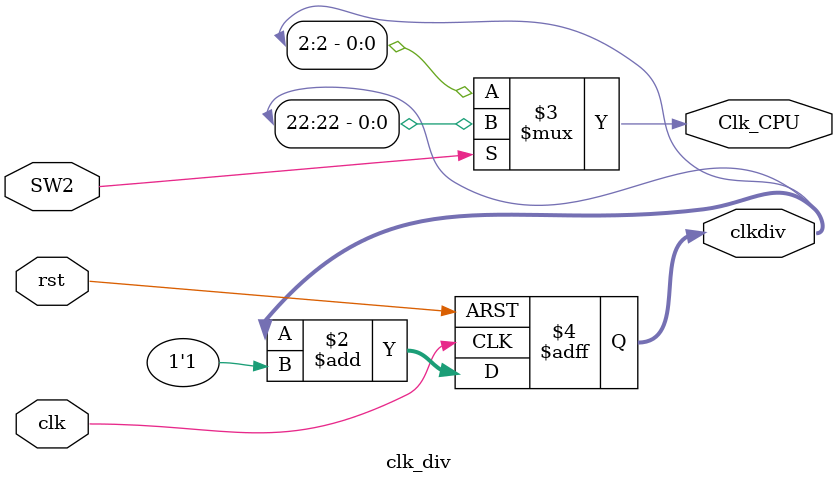
<source format=v>
`timescale 1ns / 1ps
module clk_div(input clk,
					input rst,
					input SW2,
					output reg[31:0]clkdiv,
					output Clk_CPU
					);
					
	always @ (posedge clk or posedge rst) begin 
		if (rst) clkdiv <= 0; else clkdiv <= clkdiv + 1'b1; end
		
	assign Clk_CPU = (SW2)? clkdiv[22] : clkdiv[2];
		
endmodule

</source>
